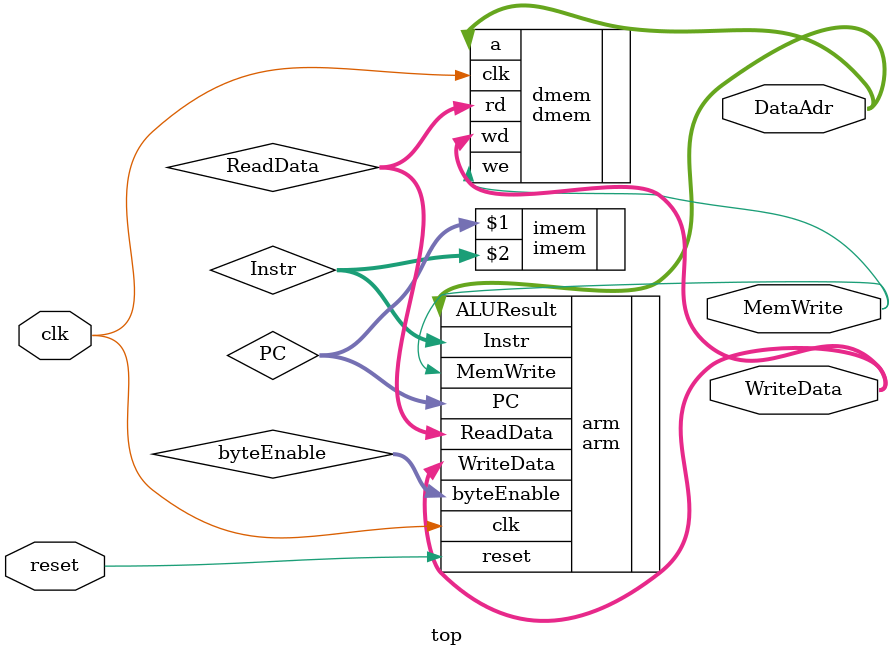
<source format=sv>
module top(
    input  logic clk, reset,
    output logic [31:0] DataAdr,
    output logic [31:0] WriteData,
    output logic MemWrite
    );

    logic [31:0] PC, Instr, ReadData;
	logic [3:0] byteEnable;

    // instantiate processor and memories
    arm  arm(.clk(clk), .reset(reset), .PC(PC), .Instr(Instr), .MemWrite(MemWrite), 
				.ALUResult(DataAdr), .WriteData(WriteData), .ReadData(ReadData), .byteEnable(byteEnable));
    
    imem imem(PC, Instr);
    
    dmem dmem(.clk(clk), .we(MemWrite), .a(DataAdr), .wd(WriteData), .rd(ReadData));

    
endmodule

</source>
